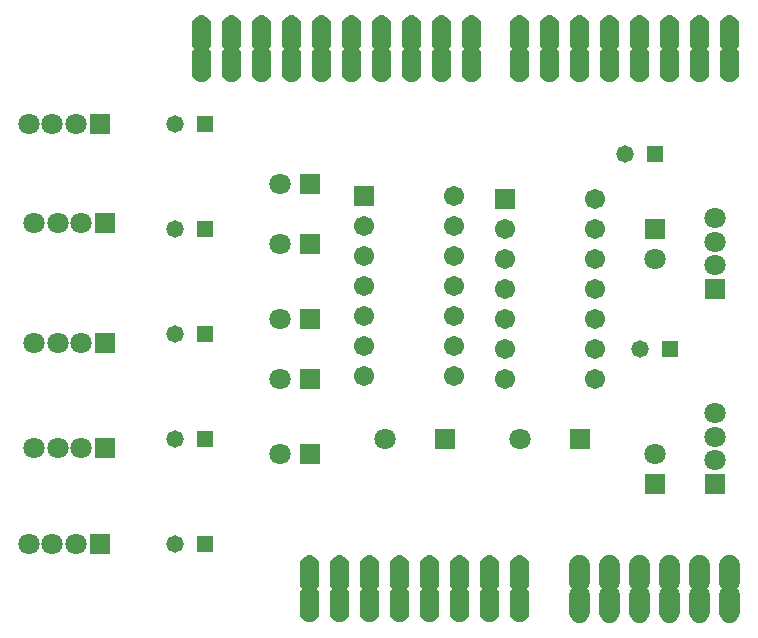
<source format=gbr>
G04 DipTrace 2.4.0.2*
%INBottomMask.gbr*%
%MOIN*%
%ADD33C,0.0671*%
%ADD35R,0.0671X0.0671*%
%ADD37C,0.071*%
%ADD39R,0.058X0.058*%
%ADD41C,0.058*%
%ADD43R,0.071X0.071*%
%ADD45C,0.071*%
%FSLAX44Y44*%
G04*
G70*
G90*
G75*
G01*
%LNBotMask*%
%LPD*%
G36*
X23600Y5243D2*
X23620Y5356D1*
X23679Y5459D1*
X23770Y5535D1*
X23881Y5576D1*
X23999D1*
X24110Y5535D1*
X24201Y5459D1*
X24260Y5357D1*
X24280Y5244D1*
Y4637D1*
X24260Y4524D1*
X24201Y4421D1*
X24111Y4345D1*
X24000Y4305D1*
X23881D1*
X23770Y4345D1*
X23679Y4421D1*
X23620Y4523D1*
X23600Y4636D1*
Y5243D1*
G37*
G36*
X24600D2*
X24620Y5356D1*
X24679Y5459D1*
X24770Y5535D1*
X24881Y5576D1*
X24999D1*
X25110Y5535D1*
X25201Y5459D1*
X25260Y5357D1*
X25280Y5244D1*
Y4637D1*
X25260Y4524D1*
X25201Y4421D1*
X25111Y4345D1*
X25000Y4305D1*
X24881D1*
X24770Y4345D1*
X24679Y4421D1*
X24620Y4523D1*
X24600Y4636D1*
Y5243D1*
G37*
G36*
X25600D2*
X25620Y5356D1*
X25679Y5459D1*
X25770Y5535D1*
X25881Y5576D1*
X25999D1*
X26110Y5535D1*
X26201Y5459D1*
X26260Y5357D1*
X26280Y5244D1*
Y4637D1*
X26260Y4524D1*
X26201Y4421D1*
X26111Y4345D1*
X26000Y4305D1*
X25881D1*
X25770Y4345D1*
X25679Y4421D1*
X25620Y4523D1*
X25600Y4636D1*
Y5243D1*
G37*
G36*
X26600D2*
X26620Y5356D1*
X26679Y5459D1*
X26770Y5535D1*
X26881Y5576D1*
X26999D1*
X27110Y5535D1*
X27201Y5459D1*
X27260Y5357D1*
X27280Y5244D1*
Y4637D1*
X27260Y4524D1*
X27201Y4421D1*
X27111Y4345D1*
X27000Y4305D1*
X26881D1*
X26770Y4345D1*
X26679Y4421D1*
X26620Y4523D1*
X26600Y4636D1*
Y5243D1*
G37*
G36*
X27600D2*
X27620Y5356D1*
X27679Y5459D1*
X27770Y5535D1*
X27881Y5576D1*
X27999D1*
X28110Y5535D1*
X28201Y5459D1*
X28260Y5357D1*
X28280Y5244D1*
Y4637D1*
X28260Y4524D1*
X28201Y4421D1*
X28111Y4345D1*
X28000Y4305D1*
X27881D1*
X27770Y4345D1*
X27679Y4421D1*
X27620Y4523D1*
X27600Y4636D1*
Y5243D1*
G37*
G36*
X28600D2*
X28620Y5356D1*
X28679Y5459D1*
X28770Y5535D1*
X28881Y5576D1*
X28999D1*
X29110Y5535D1*
X29201Y5459D1*
X29260Y5357D1*
X29280Y5244D1*
Y4637D1*
X29260Y4524D1*
X29201Y4421D1*
X29111Y4345D1*
X29000Y4305D1*
X28881D1*
X28770Y4345D1*
X28679Y4421D1*
X28620Y4523D1*
X28600Y4636D1*
Y5243D1*
G37*
G36*
X29267Y23650D2*
X29248Y23541D1*
X29191Y23443D1*
X29104Y23369D1*
X28997Y23330D1*
X28884D1*
X28777Y23369D1*
X28689Y23442D1*
X28632Y23541D1*
X28613Y23649D1*
Y24230D1*
X28632Y24339D1*
X28689Y24438D1*
X28776Y24511D1*
X28883Y24550D1*
X28997D1*
X29104Y24511D1*
X29191Y24438D1*
X29248Y24340D1*
X29267Y24231D1*
Y23650D1*
G37*
G36*
X28267D2*
X28248Y23541D1*
X28191Y23443D1*
X28104Y23369D1*
X27997Y23330D1*
X27884D1*
X27777Y23369D1*
X27689Y23442D1*
X27632Y23541D1*
X27613Y23649D1*
Y24230D1*
X27632Y24339D1*
X27689Y24438D1*
X27776Y24511D1*
X27883Y24550D1*
X27997D1*
X28104Y24511D1*
X28191Y24438D1*
X28248Y24340D1*
X28267Y24231D1*
Y23650D1*
G37*
G36*
X27267D2*
X27248Y23541D1*
X27191Y23443D1*
X27104Y23369D1*
X26997Y23330D1*
X26884D1*
X26777Y23369D1*
X26689Y23442D1*
X26632Y23541D1*
X26613Y23649D1*
Y24230D1*
X26632Y24339D1*
X26689Y24438D1*
X26776Y24511D1*
X26883Y24550D1*
X26997D1*
X27104Y24511D1*
X27191Y24438D1*
X27248Y24340D1*
X27267Y24231D1*
Y23650D1*
G37*
G36*
X26267D2*
X26248Y23541D1*
X26191Y23443D1*
X26104Y23369D1*
X25997Y23330D1*
X25884D1*
X25777Y23369D1*
X25689Y23442D1*
X25632Y23541D1*
X25613Y23649D1*
Y24230D1*
X25632Y24339D1*
X25689Y24438D1*
X25776Y24511D1*
X25883Y24550D1*
X25997D1*
X26104Y24511D1*
X26191Y24438D1*
X26248Y24340D1*
X26267Y24231D1*
Y23650D1*
G37*
G36*
X25267D2*
X25248Y23541D1*
X25191Y23443D1*
X25104Y23369D1*
X24997Y23330D1*
X24884D1*
X24777Y23369D1*
X24689Y23442D1*
X24632Y23541D1*
X24613Y23649D1*
Y24230D1*
X24632Y24339D1*
X24689Y24438D1*
X24776Y24511D1*
X24883Y24550D1*
X24997D1*
X25104Y24511D1*
X25191Y24438D1*
X25248Y24340D1*
X25267Y24231D1*
Y23650D1*
G37*
G36*
X24267D2*
X24248Y23541D1*
X24191Y23443D1*
X24104Y23369D1*
X23997Y23330D1*
X23884D1*
X23777Y23369D1*
X23689Y23442D1*
X23632Y23541D1*
X23613Y23649D1*
Y24230D1*
X23632Y24339D1*
X23689Y24438D1*
X23776Y24511D1*
X23883Y24550D1*
X23997D1*
X24104Y24511D1*
X24191Y24438D1*
X24248Y24340D1*
X24267Y24231D1*
Y23650D1*
G37*
G36*
X23267D2*
X23248Y23541D1*
X23191Y23443D1*
X23104Y23369D1*
X22997Y23330D1*
X22884D1*
X22777Y23369D1*
X22689Y23442D1*
X22632Y23541D1*
X22613Y23649D1*
Y24230D1*
X22632Y24339D1*
X22689Y24438D1*
X22776Y24511D1*
X22883Y24550D1*
X22997D1*
X23104Y24511D1*
X23191Y24438D1*
X23248Y24340D1*
X23267Y24231D1*
Y23650D1*
G37*
G36*
X22267D2*
X22248Y23541D1*
X22191Y23443D1*
X22104Y23369D1*
X21997Y23330D1*
X21884D1*
X21777Y23369D1*
X21689Y23442D1*
X21632Y23541D1*
X21613Y23649D1*
Y24230D1*
X21632Y24339D1*
X21689Y24438D1*
X21776Y24511D1*
X21883Y24550D1*
X21997D1*
X22104Y24511D1*
X22191Y24438D1*
X22248Y24340D1*
X22267Y24231D1*
Y23650D1*
G37*
G36*
X14613Y5230D2*
X14632Y5339D1*
X14689Y5438D1*
X14776Y5511D1*
X14883Y5550D1*
X14997D1*
X15104Y5511D1*
X15191Y5438D1*
X15248Y5340D1*
X15267Y5231D1*
Y4650D1*
X15248Y4541D1*
X15191Y4443D1*
X15104Y4369D1*
X14997Y4330D1*
X14884D1*
X14777Y4369D1*
X14689Y4442D1*
X14632Y4541D1*
X14613Y4649D1*
Y5230D1*
G37*
G36*
X15613D2*
X15632Y5339D1*
X15689Y5438D1*
X15776Y5511D1*
X15883Y5550D1*
X15997D1*
X16104Y5511D1*
X16191Y5438D1*
X16248Y5340D1*
X16267Y5231D1*
Y4650D1*
X16248Y4541D1*
X16191Y4443D1*
X16104Y4369D1*
X15997Y4330D1*
X15884D1*
X15777Y4369D1*
X15689Y4442D1*
X15632Y4541D1*
X15613Y4649D1*
Y5230D1*
G37*
G36*
X16613D2*
X16632Y5339D1*
X16689Y5438D1*
X16776Y5511D1*
X16883Y5550D1*
X16997D1*
X17104Y5511D1*
X17191Y5438D1*
X17248Y5340D1*
X17267Y5231D1*
Y4650D1*
X17248Y4541D1*
X17191Y4443D1*
X17104Y4369D1*
X16997Y4330D1*
X16884D1*
X16777Y4369D1*
X16689Y4442D1*
X16632Y4541D1*
X16613Y4649D1*
Y5230D1*
G37*
G36*
X17613D2*
X17632Y5339D1*
X17689Y5438D1*
X17776Y5511D1*
X17883Y5550D1*
X17997D1*
X18104Y5511D1*
X18191Y5438D1*
X18248Y5340D1*
X18267Y5231D1*
Y4650D1*
X18248Y4541D1*
X18191Y4443D1*
X18104Y4369D1*
X17997Y4330D1*
X17884D1*
X17777Y4369D1*
X17689Y4442D1*
X17632Y4541D1*
X17613Y4649D1*
Y5230D1*
G37*
G36*
X18613D2*
X18632Y5339D1*
X18689Y5438D1*
X18776Y5511D1*
X18883Y5550D1*
X18997D1*
X19104Y5511D1*
X19191Y5438D1*
X19248Y5340D1*
X19267Y5231D1*
Y4650D1*
X19248Y4541D1*
X19191Y4443D1*
X19104Y4369D1*
X18997Y4330D1*
X18884D1*
X18777Y4369D1*
X18689Y4442D1*
X18632Y4541D1*
X18613Y4649D1*
Y5230D1*
G37*
G36*
X19613D2*
X19632Y5339D1*
X19689Y5438D1*
X19776Y5511D1*
X19883Y5550D1*
X19997D1*
X20104Y5511D1*
X20191Y5438D1*
X20248Y5340D1*
X20267Y5231D1*
Y4650D1*
X20248Y4541D1*
X20191Y4443D1*
X20104Y4369D1*
X19997Y4330D1*
X19884D1*
X19777Y4369D1*
X19689Y4442D1*
X19632Y4541D1*
X19613Y4649D1*
Y5230D1*
G37*
G36*
X20613D2*
X20632Y5339D1*
X20689Y5438D1*
X20776Y5511D1*
X20883Y5550D1*
X20997D1*
X21104Y5511D1*
X21191Y5438D1*
X21248Y5340D1*
X21267Y5231D1*
Y4650D1*
X21248Y4541D1*
X21191Y4443D1*
X21104Y4369D1*
X20997Y4330D1*
X20884D1*
X20777Y4369D1*
X20689Y4442D1*
X20632Y4541D1*
X20613Y4649D1*
Y5230D1*
G37*
G36*
X21613D2*
X21632Y5339D1*
X21689Y5438D1*
X21776Y5511D1*
X21883Y5550D1*
X21997D1*
X22104Y5511D1*
X22191Y5438D1*
X22248Y5340D1*
X22267Y5231D1*
Y4650D1*
X22248Y4541D1*
X22191Y4443D1*
X22104Y4369D1*
X21997Y4330D1*
X21884D1*
X21777Y4369D1*
X21689Y4442D1*
X21632Y4541D1*
X21613Y4649D1*
Y5230D1*
G37*
G36*
X20667Y23650D2*
X20648Y23541D1*
X20591Y23443D1*
X20504Y23369D1*
X20397Y23330D1*
X20284D1*
X20177Y23369D1*
X20089Y23442D1*
X20032Y23541D1*
X20013Y23649D1*
Y24230D1*
X20032Y24339D1*
X20089Y24438D1*
X20176Y24511D1*
X20283Y24550D1*
X20397D1*
X20504Y24511D1*
X20591Y24438D1*
X20648Y24340D1*
X20667Y24231D1*
Y23650D1*
G37*
G36*
X19667D2*
X19648Y23541D1*
X19591Y23443D1*
X19504Y23369D1*
X19397Y23330D1*
X19284D1*
X19177Y23369D1*
X19089Y23442D1*
X19032Y23541D1*
X19013Y23649D1*
Y24230D1*
X19032Y24339D1*
X19089Y24438D1*
X19176Y24511D1*
X19283Y24550D1*
X19397D1*
X19504Y24511D1*
X19591Y24438D1*
X19648Y24340D1*
X19667Y24231D1*
Y23650D1*
G37*
G36*
X18667D2*
X18648Y23541D1*
X18591Y23443D1*
X18504Y23369D1*
X18397Y23330D1*
X18284D1*
X18177Y23369D1*
X18089Y23442D1*
X18032Y23541D1*
X18013Y23649D1*
Y24230D1*
X18032Y24339D1*
X18089Y24438D1*
X18176Y24511D1*
X18283Y24550D1*
X18397D1*
X18504Y24511D1*
X18591Y24438D1*
X18648Y24340D1*
X18667Y24231D1*
Y23650D1*
G37*
G36*
X17667D2*
X17648Y23541D1*
X17591Y23443D1*
X17504Y23369D1*
X17397Y23330D1*
X17284D1*
X17177Y23369D1*
X17089Y23442D1*
X17032Y23541D1*
X17013Y23649D1*
Y24230D1*
X17032Y24339D1*
X17089Y24438D1*
X17176Y24511D1*
X17283Y24550D1*
X17397D1*
X17504Y24511D1*
X17591Y24438D1*
X17648Y24340D1*
X17667Y24231D1*
Y23650D1*
G37*
G36*
X16667D2*
X16648Y23541D1*
X16591Y23443D1*
X16504Y23369D1*
X16397Y23330D1*
X16284D1*
X16177Y23369D1*
X16089Y23442D1*
X16032Y23541D1*
X16013Y23649D1*
Y24230D1*
X16032Y24339D1*
X16089Y24438D1*
X16176Y24511D1*
X16283Y24550D1*
X16397D1*
X16504Y24511D1*
X16591Y24438D1*
X16648Y24340D1*
X16667Y24231D1*
Y23650D1*
G37*
G36*
X15667D2*
X15648Y23541D1*
X15591Y23443D1*
X15504Y23369D1*
X15397Y23330D1*
X15284D1*
X15177Y23369D1*
X15089Y23442D1*
X15032Y23541D1*
X15013Y23649D1*
Y24230D1*
X15032Y24339D1*
X15089Y24438D1*
X15176Y24511D1*
X15283Y24550D1*
X15397D1*
X15504Y24511D1*
X15591Y24438D1*
X15648Y24340D1*
X15667Y24231D1*
Y23650D1*
G37*
G36*
X14667D2*
X14648Y23541D1*
X14591Y23443D1*
X14504Y23369D1*
X14397Y23330D1*
X14284D1*
X14177Y23369D1*
X14089Y23442D1*
X14032Y23541D1*
X14013Y23649D1*
Y24230D1*
X14032Y24339D1*
X14089Y24438D1*
X14176Y24511D1*
X14283Y24550D1*
X14397D1*
X14504Y24511D1*
X14591Y24438D1*
X14648Y24340D1*
X14667Y24231D1*
Y23650D1*
G37*
G36*
X13667D2*
X13648Y23541D1*
X13591Y23443D1*
X13504Y23369D1*
X13397Y23330D1*
X13284D1*
X13177Y23369D1*
X13089Y23442D1*
X13032Y23541D1*
X13013Y23649D1*
Y24230D1*
X13032Y24339D1*
X13089Y24438D1*
X13176Y24511D1*
X13283Y24550D1*
X13397D1*
X13504Y24511D1*
X13591Y24438D1*
X13648Y24340D1*
X13667Y24231D1*
Y23650D1*
G37*
G36*
X12667D2*
X12648Y23541D1*
X12591Y23443D1*
X12504Y23369D1*
X12397Y23330D1*
X12284D1*
X12177Y23369D1*
X12089Y23442D1*
X12032Y23541D1*
X12013Y23649D1*
Y24230D1*
X12032Y24339D1*
X12089Y24438D1*
X12176Y24511D1*
X12283Y24550D1*
X12397D1*
X12504Y24511D1*
X12591Y24438D1*
X12648Y24340D1*
X12667Y24231D1*
Y23650D1*
G37*
G36*
X11667D2*
X11648Y23541D1*
X11591Y23443D1*
X11504Y23369D1*
X11397Y23330D1*
X11284D1*
X11177Y23369D1*
X11089Y23442D1*
X11032Y23541D1*
X11013Y23649D1*
Y24230D1*
X11032Y24339D1*
X11089Y24438D1*
X11176Y24511D1*
X11283Y24550D1*
X11397D1*
X11504Y24511D1*
X11591Y24438D1*
X11648Y24340D1*
X11667Y24231D1*
Y23650D1*
G37*
G36*
X20667Y22650D2*
X20648Y22541D1*
X20591Y22443D1*
X20504Y22369D1*
X20397Y22330D1*
X20284D1*
X20177Y22369D1*
X20089Y22442D1*
X20032Y22541D1*
X20013Y22649D1*
Y23230D1*
X20032Y23339D1*
X20089Y23438D1*
X20176Y23511D1*
X20283Y23550D1*
X20397D1*
X20504Y23511D1*
X20591Y23438D1*
X20648Y23340D1*
X20667Y23231D1*
Y22650D1*
G37*
G36*
X19667D2*
X19648Y22541D1*
X19591Y22443D1*
X19504Y22369D1*
X19397Y22330D1*
X19284D1*
X19177Y22369D1*
X19089Y22442D1*
X19032Y22541D1*
X19013Y22649D1*
Y23230D1*
X19032Y23339D1*
X19089Y23438D1*
X19176Y23511D1*
X19283Y23550D1*
X19397D1*
X19504Y23511D1*
X19591Y23438D1*
X19648Y23340D1*
X19667Y23231D1*
Y22650D1*
G37*
G36*
X18667D2*
X18648Y22541D1*
X18591Y22443D1*
X18504Y22369D1*
X18397Y22330D1*
X18284D1*
X18177Y22369D1*
X18089Y22442D1*
X18032Y22541D1*
X18013Y22649D1*
Y23230D1*
X18032Y23339D1*
X18089Y23438D1*
X18176Y23511D1*
X18283Y23550D1*
X18397D1*
X18504Y23511D1*
X18591Y23438D1*
X18648Y23340D1*
X18667Y23231D1*
Y22650D1*
G37*
G36*
X17667D2*
X17648Y22541D1*
X17591Y22443D1*
X17504Y22369D1*
X17397Y22330D1*
X17284D1*
X17177Y22369D1*
X17089Y22442D1*
X17032Y22541D1*
X17013Y22649D1*
Y23230D1*
X17032Y23339D1*
X17089Y23438D1*
X17176Y23511D1*
X17283Y23550D1*
X17397D1*
X17504Y23511D1*
X17591Y23438D1*
X17648Y23340D1*
X17667Y23231D1*
Y22650D1*
G37*
G36*
X16667D2*
X16648Y22541D1*
X16591Y22443D1*
X16504Y22369D1*
X16397Y22330D1*
X16284D1*
X16177Y22369D1*
X16089Y22442D1*
X16032Y22541D1*
X16013Y22649D1*
Y23230D1*
X16032Y23339D1*
X16089Y23438D1*
X16176Y23511D1*
X16283Y23550D1*
X16397D1*
X16504Y23511D1*
X16591Y23438D1*
X16648Y23340D1*
X16667Y23231D1*
Y22650D1*
G37*
G36*
X15667D2*
X15648Y22541D1*
X15591Y22443D1*
X15504Y22369D1*
X15397Y22330D1*
X15284D1*
X15177Y22369D1*
X15089Y22442D1*
X15032Y22541D1*
X15013Y22649D1*
Y23230D1*
X15032Y23339D1*
X15089Y23438D1*
X15176Y23511D1*
X15283Y23550D1*
X15397D1*
X15504Y23511D1*
X15591Y23438D1*
X15648Y23340D1*
X15667Y23231D1*
Y22650D1*
G37*
G36*
X14667D2*
X14648Y22541D1*
X14591Y22443D1*
X14504Y22369D1*
X14397Y22330D1*
X14284D1*
X14177Y22369D1*
X14089Y22442D1*
X14032Y22541D1*
X14013Y22649D1*
Y23230D1*
X14032Y23339D1*
X14089Y23438D1*
X14176Y23511D1*
X14283Y23550D1*
X14397D1*
X14504Y23511D1*
X14591Y23438D1*
X14648Y23340D1*
X14667Y23231D1*
Y22650D1*
G37*
G36*
X13667D2*
X13648Y22541D1*
X13591Y22443D1*
X13504Y22369D1*
X13397Y22330D1*
X13284D1*
X13177Y22369D1*
X13089Y22442D1*
X13032Y22541D1*
X13013Y22649D1*
Y23230D1*
X13032Y23339D1*
X13089Y23438D1*
X13176Y23511D1*
X13283Y23550D1*
X13397D1*
X13504Y23511D1*
X13591Y23438D1*
X13648Y23340D1*
X13667Y23231D1*
Y22650D1*
G37*
G36*
X12667D2*
X12648Y22541D1*
X12591Y22443D1*
X12504Y22369D1*
X12397Y22330D1*
X12284D1*
X12177Y22369D1*
X12089Y22442D1*
X12032Y22541D1*
X12013Y22649D1*
Y23230D1*
X12032Y23339D1*
X12089Y23438D1*
X12176Y23511D1*
X12283Y23550D1*
X12397D1*
X12504Y23511D1*
X12591Y23438D1*
X12648Y23340D1*
X12667Y23231D1*
Y22650D1*
G37*
G36*
X11667D2*
X11648Y22541D1*
X11591Y22443D1*
X11504Y22369D1*
X11397Y22330D1*
X11284D1*
X11177Y22369D1*
X11089Y22442D1*
X11032Y22541D1*
X11013Y22649D1*
Y23230D1*
X11032Y23339D1*
X11089Y23438D1*
X11176Y23511D1*
X11283Y23550D1*
X11397D1*
X11504Y23511D1*
X11591Y23438D1*
X11648Y23340D1*
X11667Y23231D1*
Y22650D1*
G37*
G36*
X29267D2*
X29248Y22541D1*
X29191Y22443D1*
X29104Y22369D1*
X28997Y22330D1*
X28884D1*
X28777Y22369D1*
X28689Y22442D1*
X28632Y22541D1*
X28613Y22649D1*
Y23230D1*
X28632Y23339D1*
X28689Y23438D1*
X28776Y23511D1*
X28883Y23550D1*
X28997D1*
X29104Y23511D1*
X29191Y23438D1*
X29248Y23340D1*
X29267Y23231D1*
Y22650D1*
G37*
G36*
X28267D2*
X28248Y22541D1*
X28191Y22443D1*
X28104Y22369D1*
X27997Y22330D1*
X27884D1*
X27777Y22369D1*
X27689Y22442D1*
X27632Y22541D1*
X27613Y22649D1*
Y23230D1*
X27632Y23339D1*
X27689Y23438D1*
X27776Y23511D1*
X27883Y23550D1*
X27997D1*
X28104Y23511D1*
X28191Y23438D1*
X28248Y23340D1*
X28267Y23231D1*
Y22650D1*
G37*
G36*
X27267D2*
X27248Y22541D1*
X27191Y22443D1*
X27104Y22369D1*
X26997Y22330D1*
X26884D1*
X26777Y22369D1*
X26689Y22442D1*
X26632Y22541D1*
X26613Y22649D1*
Y23230D1*
X26632Y23339D1*
X26689Y23438D1*
X26776Y23511D1*
X26883Y23550D1*
X26997D1*
X27104Y23511D1*
X27191Y23438D1*
X27248Y23340D1*
X27267Y23231D1*
Y22650D1*
G37*
G36*
X26267D2*
X26248Y22541D1*
X26191Y22443D1*
X26104Y22369D1*
X25997Y22330D1*
X25884D1*
X25777Y22369D1*
X25689Y22442D1*
X25632Y22541D1*
X25613Y22649D1*
Y23230D1*
X25632Y23339D1*
X25689Y23438D1*
X25776Y23511D1*
X25883Y23550D1*
X25997D1*
X26104Y23511D1*
X26191Y23438D1*
X26248Y23340D1*
X26267Y23231D1*
Y22650D1*
G37*
G36*
X25267D2*
X25248Y22541D1*
X25191Y22443D1*
X25104Y22369D1*
X24997Y22330D1*
X24884D1*
X24777Y22369D1*
X24689Y22442D1*
X24632Y22541D1*
X24613Y22649D1*
Y23230D1*
X24632Y23339D1*
X24689Y23438D1*
X24776Y23511D1*
X24883Y23550D1*
X24997D1*
X25104Y23511D1*
X25191Y23438D1*
X25248Y23340D1*
X25267Y23231D1*
Y22650D1*
G37*
G36*
X24267D2*
X24248Y22541D1*
X24191Y22443D1*
X24104Y22369D1*
X23997Y22330D1*
X23884D1*
X23777Y22369D1*
X23689Y22442D1*
X23632Y22541D1*
X23613Y22649D1*
Y23230D1*
X23632Y23339D1*
X23689Y23438D1*
X23776Y23511D1*
X23883Y23550D1*
X23997D1*
X24104Y23511D1*
X24191Y23438D1*
X24248Y23340D1*
X24267Y23231D1*
Y22650D1*
G37*
G36*
X23267D2*
X23248Y22541D1*
X23191Y22443D1*
X23104Y22369D1*
X22997Y22330D1*
X22884D1*
X22777Y22369D1*
X22689Y22442D1*
X22632Y22541D1*
X22613Y22649D1*
Y23230D1*
X22632Y23339D1*
X22689Y23438D1*
X22776Y23511D1*
X22883Y23550D1*
X22997D1*
X23104Y23511D1*
X23191Y23438D1*
X23248Y23340D1*
X23267Y23231D1*
Y22650D1*
G37*
G36*
X22267D2*
X22248Y22541D1*
X22191Y22443D1*
X22104Y22369D1*
X21997Y22330D1*
X21884D1*
X21777Y22369D1*
X21689Y22442D1*
X21632Y22541D1*
X21613Y22649D1*
Y23230D1*
X21632Y23339D1*
X21689Y23438D1*
X21776Y23511D1*
X21883Y23550D1*
X21997D1*
X22104Y23511D1*
X22191Y23438D1*
X22248Y23340D1*
X22267Y23231D1*
Y22650D1*
G37*
G36*
X23600Y6243D2*
X23620Y6356D1*
X23679Y6459D1*
X23770Y6535D1*
X23881Y6576D1*
X23999D1*
X24110Y6535D1*
X24201Y6459D1*
X24260Y6357D1*
X24280Y6244D1*
Y5637D1*
X24260Y5524D1*
X24201Y5421D1*
X24111Y5345D1*
X24000Y5305D1*
X23881D1*
X23770Y5345D1*
X23679Y5421D1*
X23620Y5523D1*
X23600Y5636D1*
Y6243D1*
G37*
G36*
X24600D2*
X24620Y6356D1*
X24679Y6459D1*
X24770Y6535D1*
X24881Y6576D1*
X24999D1*
X25110Y6535D1*
X25201Y6459D1*
X25260Y6357D1*
X25280Y6244D1*
Y5637D1*
X25260Y5524D1*
X25201Y5421D1*
X25111Y5345D1*
X25000Y5305D1*
X24881D1*
X24770Y5345D1*
X24679Y5421D1*
X24620Y5523D1*
X24600Y5636D1*
Y6243D1*
G37*
G36*
X25600D2*
X25620Y6356D1*
X25679Y6459D1*
X25770Y6535D1*
X25881Y6576D1*
X25999D1*
X26110Y6535D1*
X26201Y6459D1*
X26260Y6357D1*
X26280Y6244D1*
Y5637D1*
X26260Y5524D1*
X26201Y5421D1*
X26111Y5345D1*
X26000Y5305D1*
X25881D1*
X25770Y5345D1*
X25679Y5421D1*
X25620Y5523D1*
X25600Y5636D1*
Y6243D1*
G37*
G36*
X26600D2*
X26620Y6356D1*
X26679Y6459D1*
X26770Y6535D1*
X26881Y6576D1*
X26999D1*
X27110Y6535D1*
X27201Y6459D1*
X27260Y6357D1*
X27280Y6244D1*
Y5637D1*
X27260Y5524D1*
X27201Y5421D1*
X27111Y5345D1*
X27000Y5305D1*
X26881D1*
X26770Y5345D1*
X26679Y5421D1*
X26620Y5523D1*
X26600Y5636D1*
Y6243D1*
G37*
G36*
X27600D2*
X27620Y6356D1*
X27679Y6459D1*
X27770Y6535D1*
X27881Y6576D1*
X27999D1*
X28110Y6535D1*
X28201Y6459D1*
X28260Y6357D1*
X28280Y6244D1*
Y5637D1*
X28260Y5524D1*
X28201Y5421D1*
X28111Y5345D1*
X28000Y5305D1*
X27881D1*
X27770Y5345D1*
X27679Y5421D1*
X27620Y5523D1*
X27600Y5636D1*
Y6243D1*
G37*
G36*
X28600D2*
X28620Y6356D1*
X28679Y6459D1*
X28770Y6535D1*
X28881Y6576D1*
X28999D1*
X29110Y6535D1*
X29201Y6459D1*
X29260Y6357D1*
X29280Y6244D1*
Y5637D1*
X29260Y5524D1*
X29201Y5421D1*
X29111Y5345D1*
X29000Y5305D1*
X28881D1*
X28770Y5345D1*
X28679Y5421D1*
X28620Y5523D1*
X28600Y5636D1*
Y6243D1*
G37*
G36*
X14613Y6230D2*
X14632Y6339D1*
X14689Y6438D1*
X14776Y6511D1*
X14883Y6550D1*
X14997D1*
X15104Y6511D1*
X15191Y6438D1*
X15248Y6340D1*
X15267Y6231D1*
Y5650D1*
X15248Y5541D1*
X15191Y5443D1*
X15104Y5369D1*
X14997Y5330D1*
X14884D1*
X14777Y5369D1*
X14689Y5442D1*
X14632Y5541D1*
X14613Y5649D1*
Y6230D1*
G37*
G36*
X15613D2*
X15632Y6339D1*
X15689Y6438D1*
X15776Y6511D1*
X15883Y6550D1*
X15997D1*
X16104Y6511D1*
X16191Y6438D1*
X16248Y6340D1*
X16267Y6231D1*
Y5650D1*
X16248Y5541D1*
X16191Y5443D1*
X16104Y5369D1*
X15997Y5330D1*
X15884D1*
X15777Y5369D1*
X15689Y5442D1*
X15632Y5541D1*
X15613Y5649D1*
Y6230D1*
G37*
G36*
X16613D2*
X16632Y6339D1*
X16689Y6438D1*
X16776Y6511D1*
X16883Y6550D1*
X16997D1*
X17104Y6511D1*
X17191Y6438D1*
X17248Y6340D1*
X17267Y6231D1*
Y5650D1*
X17248Y5541D1*
X17191Y5443D1*
X17104Y5369D1*
X16997Y5330D1*
X16884D1*
X16777Y5369D1*
X16689Y5442D1*
X16632Y5541D1*
X16613Y5649D1*
Y6230D1*
G37*
G36*
X17613D2*
X17632Y6339D1*
X17689Y6438D1*
X17776Y6511D1*
X17883Y6550D1*
X17997D1*
X18104Y6511D1*
X18191Y6438D1*
X18248Y6340D1*
X18267Y6231D1*
Y5650D1*
X18248Y5541D1*
X18191Y5443D1*
X18104Y5369D1*
X17997Y5330D1*
X17884D1*
X17777Y5369D1*
X17689Y5442D1*
X17632Y5541D1*
X17613Y5649D1*
Y6230D1*
G37*
G36*
X18613D2*
X18632Y6339D1*
X18689Y6438D1*
X18776Y6511D1*
X18883Y6550D1*
X18997D1*
X19104Y6511D1*
X19191Y6438D1*
X19248Y6340D1*
X19267Y6231D1*
Y5650D1*
X19248Y5541D1*
X19191Y5443D1*
X19104Y5369D1*
X18997Y5330D1*
X18884D1*
X18777Y5369D1*
X18689Y5442D1*
X18632Y5541D1*
X18613Y5649D1*
Y6230D1*
G37*
G36*
X19613D2*
X19632Y6339D1*
X19689Y6438D1*
X19776Y6511D1*
X19883Y6550D1*
X19997D1*
X20104Y6511D1*
X20191Y6438D1*
X20248Y6340D1*
X20267Y6231D1*
Y5650D1*
X20248Y5541D1*
X20191Y5443D1*
X20104Y5369D1*
X19997Y5330D1*
X19884D1*
X19777Y5369D1*
X19689Y5442D1*
X19632Y5541D1*
X19613Y5649D1*
Y6230D1*
G37*
G36*
X20613D2*
X20632Y6339D1*
X20689Y6438D1*
X20776Y6511D1*
X20883Y6550D1*
X20997D1*
X21104Y6511D1*
X21191Y6438D1*
X21248Y6340D1*
X21267Y6231D1*
Y5650D1*
X21248Y5541D1*
X21191Y5443D1*
X21104Y5369D1*
X20997Y5330D1*
X20884D1*
X20777Y5369D1*
X20689Y5442D1*
X20632Y5541D1*
X20613Y5649D1*
Y6230D1*
G37*
G36*
X21613D2*
X21632Y6339D1*
X21689Y6438D1*
X21776Y6511D1*
X21883Y6550D1*
X21997D1*
X22104Y6511D1*
X22191Y6438D1*
X22248Y6340D1*
X22267Y6231D1*
Y5650D1*
X22248Y5541D1*
X22191Y5443D1*
X22104Y5369D1*
X21997Y5330D1*
X21884D1*
X21777Y5369D1*
X21689Y5442D1*
X21632Y5541D1*
X21613Y5649D1*
Y6230D1*
G37*
D45*
X17440Y10440D3*
D43*
X19440D3*
D45*
X21940D3*
D43*
X23940D3*
D41*
X10440Y20940D3*
D39*
X11440D3*
D41*
X10440Y17440D3*
D39*
X11440D3*
D41*
X10440Y13940D3*
D39*
X11440D3*
D41*
X10440Y10440D3*
D39*
X11440D3*
D41*
X10440Y6940D3*
D39*
X11440D3*
D41*
X25440Y19940D3*
D39*
X26440D3*
D41*
X25940Y13440D3*
D39*
X26940D3*
D43*
X7940Y20940D3*
D37*
X7153D3*
X6365D3*
X5578D3*
D43*
X8121Y17621D3*
D37*
X7334D3*
X6546D3*
X5759D3*
D43*
X8121Y13621D3*
D37*
X7334D3*
X6546D3*
X5759D3*
D43*
X8121Y10121D3*
D37*
X7334D3*
X6546D3*
X5759D3*
D43*
X7940Y6940D3*
D37*
X7153D3*
X6365D3*
X5578D3*
D43*
X28440Y15440D3*
D37*
Y16228D3*
Y17015D3*
Y17802D3*
D43*
Y8940D3*
D37*
Y9728D3*
Y10515D3*
Y11302D3*
D45*
X13940Y18940D3*
D43*
X14940D3*
D45*
X13940Y16940D3*
D43*
X14940D3*
D45*
X13940Y14440D3*
D43*
X14940D3*
D45*
X13940Y12440D3*
D43*
X14940D3*
D45*
X13940Y9940D3*
D43*
X14940D3*
D45*
X26440Y16440D3*
D43*
Y17440D3*
D45*
Y9940D3*
D43*
Y8940D3*
D35*
X16756Y18531D3*
D33*
Y17531D3*
Y16531D3*
Y15531D3*
Y14531D3*
Y13531D3*
Y12531D3*
X19756D3*
Y13531D3*
Y14531D3*
Y15531D3*
Y16531D3*
Y17531D3*
Y18531D3*
D35*
X21440Y18440D3*
D33*
Y17440D3*
Y16440D3*
Y15440D3*
Y14440D3*
Y13440D3*
Y12440D3*
X24440D3*
Y13440D3*
Y14440D3*
Y15440D3*
Y16440D3*
Y17440D3*
Y18440D3*
M02*

</source>
